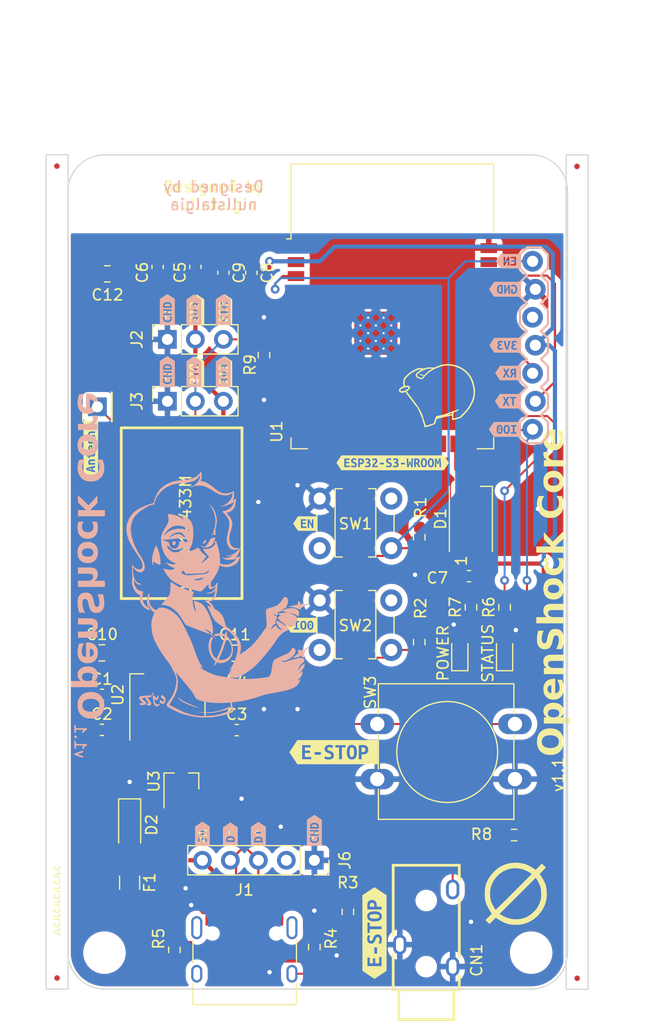
<source format=kicad_pcb>
(kicad_pcb (version 20221018) (generator pcbnew)
  (layers (0 "F.Cu" signal) (31 "B.Cu" signal) (34 "B.Paste" user) (35 "F.Paste" user) (36 "B.SilkS" user "B.Silkscreen") (37 "F.SilkS" user "F.Silkscreen") (38 "B.Mask" user) (39 "F.Mask" user) (44 "Edge.Cuts" user))
  (net 0 "")
  (net 1 "+3V3")
  (net 3 "GND")
  (net 4 "RGB")
  (net 5 "Net-(J1-CC1)")
  (net 6 "D+")
  (net 7 "D-")
  (net 9 "Net-(J1-CC2)")
  (net 11 "Net-(J1-SHIELD)")
  (net 12 "EN")
  (net 16 "SIGNAL")
  (net 31 "IO0")
  (net 42 "+5V")
  (net 43 "Net-(D2-A)")
  (net 44 "+5VA")
  (net 45 "CTS")
  (net 46 "SERIAL_RX")
  (net 47 "SERIAL_TX")
  (net 48 "E_STOP")
  (net 50 "Net-(AE1-A)")
  (net 51 "STATUS")
  (net 52 "Net-(D3-A)")
  (net 53 "Net-(D4-A)")
  (footprint "RF_Module:ESP32-S3-WROOM-1" (layer "F.Cu") (at 129.005 49.784)
    (fp_text reference "U1")
    (fp_text value "ESP32-S3-WROOM-1")
  )
  (footprint "Resistor_SMD:R_0603_1608Metric_Pad0.98x0.95mm_HandSolder" (layer "F.Cu") (at 124.968 104.7515 90)
    (fp_text reference "R3")
    (fp_text value "100k")
  )
  (footprint "kibuzzard-63FC1BA4" (layer "F.Cu") (at 121.048463 69.522691)
    (fp_text reference "kibuzzard-63FC1BA4" hide)
    (fp_text value "G***" hide)
  )
  (footprint "Capacitor_SMD:C_0603_1608Metric_Pad1.08x0.95mm_HandSolder" (layer "F.Cu") (at 114.8775 88.265)
    (fp_text reference "C3")
    (fp_text value "100nF")
  )
  (footprint "Resistor_SMD:R_0603_1608Metric_Pad0.98x0.95mm_HandSolder" (layer "F.Cu") (at 117.348 54.229 90)
    (fp_text reference "R9")
    (fp_text value "10k")
  )
  (footprint "MountingHole:MountingHole_3.2mm_M3" (layer "F.Cu") (at 141.605 39.37)
    (fp_text reference "REF**")
    (fp_text value "MountingHole_3.2mm_M3")
  )
  (footprint "footprints:LED_WS2812B-Mini_3.5x3.5mm_P1.75mm" (layer "F.Cu") (at 136.13 69.092 90)
    (fp_text reference "D1")
    (fp_text value "WS2812B")
  )
  (footprint "Resistor_SMD:R_0603_1608Metric_Pad0.98x0.95mm_HandSolder" (layer "F.Cu") (at 136.144 77.1125 90)
    (fp_text reference "R7")
    (fp_text value "5.1k")
  )
  (footprint "Resistor_SMD:R_0603_1608Metric_Pad0.98x0.95mm_HandSolder" (layer "F.Cu") (at 131.445 80.2875 90)
    (fp_text reference "R2")
    (fp_text value "10k")
  )
  (footprint "kibuzzard-63FC17FB" (layer "F.Cu") (at 116.843006 97.663476 90)
    (fp_text reference "kibuzzard-63FC17FB" hide)
    (fp_text value "G***" hide)
  )
  (footprint "kicad_lceda:AUDIO-TH_PJ-3200-3A" (layer "F.Cu") (at 132.08 106.228 90)
    (fp_text reference "CN1")
    (fp_text value "PJ-3200-3A")
  )
  (footprint "MountingHole:MountingHole_3.2mm_M3" (layer "F.Cu") (at 102.87 108.458)
    (fp_text reference "REF**")
    (fp_text value "MountingHole_3.2mm_M3")
  )
  (footprint "Connector_PinHeader_2.54mm:PinHeader_1x01_P2.54mm_Vertical" (layer "F.Cu") (at 102.235 58.928 90)
    (fp_text reference "AE1")
    (fp_text value "Antenna")
  )
  (footprint "footprints:tinysussy" (layer "F.Cu") (at 133.096 57.912)
    (fp_text reference "G***")
    (fp_text value "LOGO" hide)
  )
  (footprint "" (layer "F.Cu") (at 145.764 37.1074)
    (fp_text reference "")
    (fp_text value "")
  )
  (footprint "Package_TO_SOT_SMD:SOT-223-3_TabPin2" (layer "F.Cu") (at 108.585 85.065 90)
    (fp_text reference "U2")
    (fp_text value "AMS1117-3.3")
  )
  (footprint "Capacitor_SMD:C_0603_1608Metric_Pad1.08x0.95mm_HandSolder" (layer "F.Cu") (at 102.6425 88.24)
    (fp_text reference "C2")
    (fp_text value "10uF")
  )
  (footprint "Capacitor_SMD:C_0603_1608Metric_Pad1.08x0.95mm_HandSolder" (layer "F.Cu") (at 111.125 46.228 90)
    (fp_text reference "C5")
    (fp_text value "100nF")
  )
  (footprint "Resistor_SMD:R_0603_1608Metric_Pad0.98x0.95mm_HandSolder" (layer "F.Cu") (at 140.0575 97.79)
    (fp_text reference "R8")
    (fp_text value "5.1k")
  )
  (footprint "Connector_PinSocket_2.54mm:PinSocket_1x05_P2.54mm_Vertical" (layer "F.Cu") (at 121.92 100.076 -90)
    (fp_text reference "J6")
    (fp_text value "USB Breakout")
  )
  (footprint "kibuzzard-63FC1979" (layer "F.Cu") (at 113.792 55.729724 90)
    (fp_text reference "kibuzzard-63FC1979" hide)
    (fp_text value "G***" hide)
  )
  (footprint "footprints:SW_PUSH_6mm_customized" (layer "F.Cu") (at 128.905 80.99 180)
    (fp_text reference "SW2")
    (fp_text value "SW_SPST")
  )
  (footprint "Resistor_SMD:R_0603_1608Metric_Pad0.98x0.95mm_HandSolder" (layer "F.Cu") (at 121.92 107.95 90)
    (fp_text reference "R4")
    (fp_text value "5.1k")
  )
  (footprint "Capacitor_SMD:C_0603_1608Metric_Pad1.08x0.95mm_HandSolder" (layer "F.Cu") (at 102.6425 85.065)
    (fp_text reference "C1")
    (fp_text value "100nF")
  )
  (footprint "Fiducial:Fiducial_0.5mm_Mask1mm" (layer "F.Cu") (at 145.78 110.7834 90)
    (fp_text reference "FID4")
    (fp_text value "Fiducial")
  )
  (footprint "Fiducial:Fiducial_0.5mm_Mask1mm" (layer "F.Cu") (at 98.552 37.084 90)
    (fp_text reference "FID1")
    (fp_text value "Fiducial")
  )
  (footprint "Fuse:Fuse_1206_3216Metric_Pad1.42x1.75mm_HandSolder" (layer "F.Cu") (at 105.156 102.108 -90)
    (fp_text reference "F1")
    (fp_text value "Polyfuse")
  )
  (footprint "Connector_PinSocket_2.54mm:PinSocket_1x03_P2.54mm_Vertical" (layer "F.Cu") (at 108.585 58.42 90)
    (fp_text reference "J3")
    (fp_text value "Conn_01x03_Socket")
  )
  (footprint "footprints:SW_PUSH_6mm_customized" (layer "F.Cu") (at 128.905 71.755 180)
    (fp_text reference "SW1")
    (fp_text value "SW_SPST")
  )
  (footprint "kibuzzard-63FC1B9A" (layer "F.Cu") (at 129.032 64.008)
    (fp_text reference "kibuzzard-63FC1B9A" hide)
    (fp_text value "G***" hide)
  )
  (footprint "kibuzzard-63FC15BA" (layer "F.Cu") (at 101.628161 62.920194 90)
    (fp_text reference "kibuzzard-63FC15BA" hide)
    (fp_text value "G***" hide)
  )
  (footprint "MountingHole:MountingHole_3.2mm_M3" (layer "F.Cu") (at 141.605 108.458)
    (fp_text reference "REF**")
    (fp_text value "MountingHole_3.2mm_M3")
  )
  (footprint "Resistor_SMD:R_0603_1608Metric_Pad0.98x0.95mm_HandSolder" (layer "F.Cu") (at 109.22 108.204 90)
    (fp_text reference "R5")
    (fp_text value "5.1k")
  )
  (footprint "Capacitor_SMD:C_0603_1608Metric_Pad1.08x0.95mm_HandSolder" (layer "F.Cu") (at 107.696 46.228 90)
    (fp_text reference "C6")
    (fp_text value "10uF")
  )
  (footprint "kibuzzard-63FC1BB3" (layer "F.Cu") (at 120.715892 78.747191)
    (fp_text reference "kibuzzard-63FC1BB3" hide)
    (fp_text value "G***" hide)
  )
  (footprint "Resistor_SMD:R_0603_1608Metric_Pad0.98x0.95mm_HandSolder" (layer "F.Cu") (at 131.445 70.7625 -90)
    (fp_text reference "R1")
    (fp_text value "10k")
  )
  (footprint "kibuzzard-63FC195C" (layer "F.Cu") (at 108.58317 50.109486 90)
    (fp_text reference "kibuzzard-63FC195C" hide)
    (fp_text value "G***" hide)
  )
  (footprint "kibuzzard-63FC17F2" (layer "F.Cu") (at 114.303006 97.663476 90)
    (fp_text reference "kibuzzard-63FC17F2" hide)
    (fp_text value "G***" hide)
  )
  (footprint "Fiducial:Fiducial_0.5mm_Mask1mm" (layer "F.Cu") (at 98.568 110.76 90)
    (fp_text reference "FID4")
    (fp_text value "Fiducial")
  )
  (footprint "Capacitor_SMD:C_0805_2012Metric_Pad1.18x1.45mm_HandSolder" (layer "F.Cu") (at 103.124 46.863 180)
    (fp_text reference "C12")
    (fp_text value "22uF")
  )
  (footprint "footprints:HRO-TYPE-C-31-M-12-HandSoldering_ABPads" (layer "F.Cu") (at 115.57 112.97)
    (fp_text reference "J1")
    (fp_text value "USB_C_Receptacle_USB2.0")
  )
  (footprint "MountingHole:MountingHole_3.2mm_M3" (layer "F.Cu") (at 102.87 39.37)
    (fp_text reference "REF**")
    (fp_text value "MountingHole_3.2mm_M3")
  )
  (footprint "Button_Switch_THT:SW_PUSH-12mm" (layer "F.Cu") (at 127.635 87.71)
    (fp_text reference "SW3")
    (fp_text value "SW_SPST")
  )
  (footprint "LED_SMD:LED_0603_1608Metric_Pad1.05x0.95mm_HandSolder" (layer "F.Cu") (at 139.192 81.214 90)
    (fp_text reference "D3")
    (fp_text value "STATUS")
  )
  (footprint "kibuzzard-63FC1BEB" (layer "F.Cu") (at 123.665084 90.266552)
    (fp_text reference "kibuzzard-63FC1BEB" hide)
    (fp_text value "G***" hide)
  )
  (footprint "Capacitor_SMD:C_0603_1608Metric_Pad1.08x0.95mm_HandSolder" (layer "F.Cu") (at 135.9625 74.295 180)
    (fp_text reference "C7")
    (fp_text value "100nF")
  )
  (footprint "kibuzzard-63FC17E4" (layer "F.Cu") (at 111.763006 97.663476 90)
    (fp_text reference "kibuzzard-63FC17E4" hide)
    (fp_text value "G***" hide)
  )
  (footprint "Diode_SMD:D_SOD-123" (layer "F.Cu") (at 105.156 96.8655 -90)
    (fp_text reference "D2")
    (fp_text value "D_Schottky")
  )
  (footprint "Capacitor_SMD:C_0805_2012Metric_Pad1.18x1.45mm_HandSolder" (layer "F.Cu") (at 114.7025 81.28)
    (fp_text reference "C11")
    (fp_text value "22uF")
  )
  (footprint "Capacitor_SMD:C_0603_1608Metric_Pad1.08x0.95mm_HandSolder" (layer "F.Cu") (at 114.8775 85.09)
    (fp_text reference "C4")
    (fp_text value "10uF")
  )
  (footprint "Package_TO_SOT_SMD:SOT-23_Handsoldering" (layer "F.Cu") (at 109.855 92.915 90)
    (fp_text reference "U3")
    (fp_text value "MCP1700x-300xxTT")
  )
  (footprint "Connector_PinSocket_2.54mm:PinSocket_1x03_P2.54mm_Vertical" (layer "F.Cu") (at 108.585 52.807 90)
    (fp_text reference "J2")
    (fp_text value "Conn_01x03_Socket")
  )
  (footprint "kibuzzard-63FC1972" (layer "F.Cu") (at 111.252 55.729724 90)
    (fp_text reference "kibuzzard-63FC1972" hide)
    (fp_text value "G***" hide)
  )
  (footprint "LED_SMD:LED_0603_1608Metric_Pad1.05x0.95mm_HandSolder" (layer "F.Cu") (at 135.128 81.214 90)
    (fp_text reference "D4")
    (fp_text value "POWER")
  )
  (footprint "kibuzzard-63FC1A6B" (layer "F.Cu") (at 111.254956 50.109486 90)
    (fp_text reference "kibuzzard-63FC1A6B" hide)
    (fp_text value "G***" hide)
  )
  (footprint "kibuzzard-63FC19D3" (layer "F.Cu") (at 113.794956 50.109486 90)
    (fp_text reference "kibuzzard-63FC19D3" hide)
    (fp_text value "G***" hide)
  )
  (footprint "kibuzzard-63FC195C" (layer "F.Cu") (at 108.580214 55.729724 90)
    (fp_text reference "kibuzzard-63FC195C" hide)
    (fp_text value "G***" hide)
  )
  (footprint "Capacitor_SMD:C_0805_2012Metric_Pad1.18x1.45mm_HandSolder" (layer "F.Cu") (at 102.6425 81.255)
    (fp_text reference "C10")
    (fp_text value "22uF")
  )
  (footprint "kicad_lceda:WIELM-TH_DL-TX1-433M" (layer "F.Cu") (at 109.855 62.357 -90)
    (fp_text reference "U4")
    (fp_text value "DL-TX1-433M")
  )
  (footprint "footprints:nullsmall" (layer "F.Cu") (at 140.208 103.124)
    (fp_text reference "G***" hide)
    (fp_text value "LOGO" hide)
  )
  (footprint "Resistor_SMD:R_0603_1608Metric_Pad0.98x0.95mm_HandSolder" (layer "F.Cu") (at 139.192 77.1125 90)
    (fp_text reference "R6")
    (fp_text value "5.1k")
  )
  (footprint "Capacitor_SMD:C_0603_1608Metric_Pad1.08x0.95mm_HandSolder" (layer "F.Cu") (at 113.665 46.7625 -90)
    (fp_text reference "C9")
    (fp_text value "10uF")
  )
  (footprint "Capacitor_SMD:C_0603_1608Metric_Pad1.08x0.95mm_HandSolder" (layer "F.Cu") (at 116.205 46.7625 -90)
    (fp_text reference "C8")
    (fp_text value "100nF")
  )
  (footprint "kibuzzard-63FC1570" (layer "F.Cu") (at 127.381 106.68 90)
    (fp_text reference "kibuzzard-63FC1570" hide)
    (fp_text value "G***" hide)
  )
  (footprint "kibuzzard-63FC180E" (layer "F.Cu") (at 121.925945 97.364361 90)
    (fp_text reference "kibuzzard-63FC180E" hide)
    (fp_text value "G***" hide)
  )
  (footprint "kibuzzard-63FC1972" (layer "B.Cu") (at 110.986925 55.733382 90)
    (fp_text reference "kibuzzard-63FC1972" hide)
    (fp_text value "G***" hide)
  )
  (footprint "kibuzzard-63FC195C" (layer "B.Cu") (at 108.578711 55.733382 90)
    (fp_text reference "kibuzzard-63FC195C" hide)
    (fp_text value "G***" hide)
  )
  (footprint "kibuzzard-63FC19D3" (layer "B.Cu") (at 113.652799 50.113144 90)
    (fp_text reference "kibuzzard-63FC19D3" hide)
    (fp_text value "G***" hide)
  )
  (footprint "kibuzzard-63FC1979" (layer "B.Cu") (at 113.655755 55.733382 90)
    (fp_text reference "kibuzzard-63FC1979" hide)
    (fp_text value "G***" hide)
  )
  (footprint "kibuzzard-63FC195C" (layer "B.Cu") (at 108.575755 50.113144 90)
    (fp_text reference "kibuzzard-63FC195C" hide)
    (fp_text value "G***" hide)
  )
  (footprint "kibuzzard-63FC17F2" (layer "B.Cu") (at 114.303006 97.663476 90)
    (fp_text reference "kibuzzard-63FC17F2" hide)
    (fp_text value "G***" hide)
  )
  (footprint "kibuzzard-63FC2CBA" (layer "B.Cu") (at 139.410776 55.857535 180)
    (fp_text reference "kibuzzard-63FC2CBA" hide)
    (fp_text value "G***" hide)
  )
  (footprint "kibuzzard-63FC2CD0" (layer "B.Cu") (at 139.145035 60.975515 180)
    (fp_text reference "kibuzzard-63FC2CD0" hide)
    (fp_text value "G***" hide)
  )
  (footprint "kibuzzard-63FC2C9B" (layer "B.Cu") (at 139.450145 45.710157 180)
    (fp_text reference "kibuzzard-63FC2C9B" hide)
    (fp_text value "G***" hide)
  )
  (footprint "Type-C:null2" (layer "B.Cu") (at 113.72823 75.234264 -177)
    (fp_text reference "G***")
    (fp_text value "LOGO" hide)
  )
  (footprint "kibuzzard-63FC17FB" (layer "B.Cu") (at 116.843006 97.663476 90)
    (fp_text reference "kibuzzard-63FC17FB" hide)
    (fp_text value "G***" hide)
  )
  (footprint "kibuzzard-63FC2CA9" (layer "B.Cu") (at 139.192 48.26 180)
    (fp_text reference "kibuzzard-63FC2CA9" hide)
    (fp_text value "G***" hide)
  )
  (footprint "kibuzzard-63FC180E" (layer "B.Cu") (at 121.925945 97.364361 90)
    (fp_text reference "kibuzzard-63FC180E" hide)
    (fp_text value "G***" hide)
  )
  (footprint "kibuzzard-63FC2CB3" (layer "B.Cu") (at 139.192 53.34 180)
    (fp_text reference "kibuzzard-63FC2CB3" hide)
    (fp_text value "G***" hide)
  )
  (footprint "kibuzzard-63FC17E4" (layer "B.Cu") (at 111.763006 97.663476 90)
    (fp_text reference "kibuzzard-63FC17E4" hide)
    (fp_text value "G***" hide)
  )
  (footprint "footprints:1X07_LOCK" (layer "B.Cu") (at 141.859 45.72 -90)
    (fp_text reference "J4")
    (fp_text value "Conn_01x07_Socket")
  )
  (footprint "kibuzzard-63FC1A6B" (layer "B.Cu") (at 110.983969 50.113144 90)
    (fp_text reference "kibuzzard-63FC1A6B" hide)
    (fp_text value "G***" hide)
  )
  (footprint "kibuzzard-63FC2CC3" (layer "B.Cu") (at 139.410776 58.42 180)
    (fp_text reference "kibuzzard-63FC2CC3" hide)
    (fp_text value "G***" hide)
  )
  (gr_line (start 99.568 39.37) (end 99.568 108.458) (stroke (width 0.1)) (layer "Edge.Cuts"))
  (gr_line (start 144.907 108.458) (end 144.907 39.37) (stroke (width 0.1)) (layer "Edge.Cuts"))
  (gr_arc (start 144.907 108.458) (mid 143.939867 110.792867) (end 141.605 111.76) (stroke (width 0.1)) (layer "Edge.Cuts"))
  (gr_rect (start 144.78 36.068) (end 146.78 111.7854) (stroke (width 0.1)) (fill none) (layer "Edge.Cuts"))
  (gr_rect (start 97.568 36.0446) (end 99.568 111.762) (stroke (width 0.1)) (fill none) (layer "Edge.Cuts"))
  (gr_arc (start 141.605 36.068) (mid 143.939867 37.035133) (end 144.907 39.37) (stroke (width 0.1)) (layer "Edge.Cuts"))
  (gr_line (start 141.605 36.068) (end 102.87 36.068) (stroke (width 0.1)) (layer "Edge.Cuts"))
  (gr_arc (start 102.87 111.76) (mid 100.535133 110.792867) (end 99.568 108.458) (stroke (width 0.1)) (layer "Edge.Cuts"))
  (gr_line (start 102.87 111.76) (end 141.605 111.76) (stroke (width 0.1)) (layer "Edge.Cuts"))
  (gr_arc (start 99.568 39.37) (mid 100.535133 37.035133) (end 102.87 36.068) (stroke (width 0.1)) (layer "Edge.Cuts"))
  (gr_text "v1.1" (at 100.076 90.932 270) (layer "B.SilkS") (effects (font (size 1 1)) (justify left bottom mirror)))
  (gr_text "Designed by\nnullstalgia" (at 112.776 41.148) (layer "B.SilkS") (effects (font (size 1 1)) (justify bottom mirror)))
  (gr_text "OpenShock Core" (at 100.076 87.376 270) (layer "B.SilkS") (effects (font (size 2.3 2.3) (thickness 0.3) bold) (justify left bottom mirror)))
  (gr_text "v1.1" (at 144.653 93.98 90) (layer "F.SilkS") (effects (font (size 1 1)) (justify left bottom)))
  (gr_text "Designed by\nnullstalgia" (at 112.776 41.148) (layer "F.SilkS") (effects (font (size 1 1)) (justify bottom)))
  (gr_text "OpenShock Core" (at 144.907 90.678 90) (layer "F.SilkS") (effects (font (size 2.3 2.3) (thickness 0.3) bold) (justify left bottom)))
  (gr_text "JLCJLCJLCJLCJLC" (at 98.568 103.76 90) (layer "F.SilkS") (effects (font (size 0.5 0.5) (thickness 0.1))))
  (segment (start 107.696 47.0905) (end 104.389 47.0905) (width 0.381) (layer "F.Cu") (net 1))
  (segment (start 109.273 92.964) (end 108.585 92.276) (width 0.381) (layer "F.Cu") (net 1))
  (segment (start 135.255 74.14) (end 135.1 74.295) (width 0.381) (layer "F.Cu") (net 1))
  (segment (start 108.585 80.645) (end 108.585 81.915) (width 0.381) (layer "F.Cu") (net 1))
  (segment (start 106.68 78.74) (end 108.585 80.645) (width 0.381) (layer "F.Cu") (net 1))
  (segment (start 131.445 78.811) (end 131.445 79.375) (width 0.381) (layer "F.Cu") (net 1))
  (segment (start 133.096 70.104) (end 131.699 70.104) (width 0.381) (layer "F.Cu") (net 1))
  (segment (start 113.665 59.817) (end 111.125 62.357) (width 0.381) (layer "F.Cu") (net 1))
  (segment (start 135.1 74.295) (end 135.1 75.156) (width 0.381) (layer "F.Cu") (net 1))
  (segment (start 111.8605 47.0905) (end 112.522 47.752) (width 0.381) (layer "F.Cu") (net 1))
  (segment (start 117.856 45.72) (end 117.782 45.794) (width 0.381) (layer "F.Cu") (net 1))
  (segment (start 109.904 92.964) (end 109.273 92.964) (width 0.381) (layer "F.Cu") (net 1))
  (segment (start 110.805 93.865) (end 109.904 92.964) (width 0.381) (layer "F.Cu") (net 1))
  (segment (start 142.748 96.012) (end 140.97 97.79) (width 0.381) (layer "F.Cu") (net 1))
  (segment (start 113.538 47.752) (end 113.665 47.625) (width 0.381) (layer "F.Cu") (net 1))
  (segment (start 120.181 45.72) (end 117.856 45.72) (width 0.381) (layer "F.Cu") (net 1))
  (segment (start 117.856 45.72) (end 117.856 46.736) (width 0.381) (layer "F.Cu") (net 1))
  (segment (start 111.125 62.357) (end 106.68 66.802) (width 0.381) (layer "F.Cu") (net 1))
  (segment (start 101.605 81.255) (end 101.605 80.259) (width 0.381) (layer "F.Cu") (net 1))
  (segment (start 108.585 81.915) (end 108.585 88.215) (width 0.381) (layer "F.Cu") (net 1))
  (segment (start 111.125 47.0905) (end 107.696 47.0905) (width 0.381) (layer "F.Cu") (net 1))
  (segment (start 120.255 45.794) (end 120.181 45.72) (width 0.381) (layer "F.Cu") (net 1))
  (segment (start 135.255 73.152) (end 135.255 74.14) (width 0.381) (layer "F.Cu") (net 1))
  (segment (start 135.1 75.156) (end 131.445 78.811) (width 0.381) (layer "F.Cu") (net 1))
  (segment (start 142.748 73.152) (end 135.255 73.152) (width 0.381) (layer "F.Cu") (net 1))
  (segment (start 111.125 47.0905) (end 111.125 55.88) (width 0.381) (layer "F.Cu") (net 1))
  (segment (start 135.1 75.156) (end 136.144 76.2) (width 0.381) (layer "F.Cu") (net 1))
  (segment (start 117.856 46.736) (end 116.967 47.625) (width 0.381) (layer "F.Cu") (net 1))
  (segment (start 142.748 73.152) (end 142.748 96.012) (width 0.381) (layer "F.Cu") (net 1))
  (segment (start 106.68 66.802) (end 106.68 78.74) (width 0.381) (layer "F.Cu") (net 1))
  (segment (start 111.125 55.88) (end 113.665 58.42) (width 0.381) (layer "F.Cu") (net 1))
  (segment (start 101.78 88.24) (end 101.78 85.065) (width 0.381) (layer "F.Cu") (net 1))
  (segment (start 116.205 47.625) (end 113.665 47.625) (width 0.381) (layer "F.Cu") (net 1))
  (segment (start 108.585 92.276) (end 108.585 88.215) (width 0.381) (layer "F.Cu") (net 1))
  (segment (start 104.389 47.0905) (end 104.1615 46.863) (width 0.381) (layer "F.Cu") (net 1))
  (segment (start 131.699 70.104) (end 131.445 69.85) (width 0.381) (layer "F.Cu") (net 1))
  (segment (start 101.78 81.43) (end 101.78 88.24) (width 0.381) (layer "F.Cu") (net 1))
  (segment (start 103.124 78.74) (end 106.68 78.74) (width 0.381) (layer "F.Cu") (net 1))
  (segment (start 113.665 58.42) (end 113.665 59.817) (width 0.381) (layer "F.Cu") (net 1))
  (segment (start 135.255 71.067) (end 134.059 71.067) (width 0.381) (layer "F.Cu") (net 1))
  (segment (start 110.805 94.415) (end 110.805 93.865) (width 0.381) (layer "F.Cu") (net 1))
  (segment (start 116.205 47.371) (end 116.205 47.625) (width 0.381) (layer "F.Cu") (net 1))
  (segment (start 101.605 80.259) (end 103.124 78.74) (width 0.381) (layer "F.Cu") (net 1))
  (segment (start 112.522 47.752) (end 113.538 47.752) (width 0.381) (layer "F.Cu") (net 1))
  (segment (start 101.78 81.43) (end 101.605 81.255) (width 0.381) (layer "F.Cu") (net 1))
  (segment (start 135.255 71.067) (end 135.255 73.152) (width 0.381) (layer "F.Cu") (net 1))
  (segment (start 101.78 85.065) (end 101.78 81.43) (width 0.381) (layer "F.Cu") (net 1))
  (segment (start 134.059 71.067) (end 133.096 70.104) (width 0.381) (layer "F.Cu") (net 1))
  (segment (start 111.125 47.0905) (end 111.8605 47.0905) (width 0.381) (layer "F.Cu") (net 1))
  (segment (start 116.967 47.625) (end 116.205 47.625) (width 0.381) (layer "F.Cu") (net 1))
  (via (at 117.856 45.72) (size 0.8) (drill 0.4) (layers "F.Cu" "B.Cu") (net 1))
  (via (at 142.748 73.152) (size 0.8) (drill 0.4) (layers "F.Cu" "B.Cu") (net 1))
  (segment (start 142.748 73.152) (end 142.748 71.628) (width 0.381) (layer "B.Cu") (net 1))
  (segment (start 143.5703 45.0183) (end 142.9417 44.3897) (width 0.381) (layer "B.Cu") (net 1))
  (segment (start 142.748 71.628) (end 143.764 70.612) (width 0.381) (layer "B.Cu") (net 1))
  (segment (start 122.428 45.72) (end 117.856 45.72) (width 0.381) (layer "B.Cu") (net 1))
  (segment (start 142.9417 44.3897) (end 123.7583 44.3897) (width 0.381) (layer "B.Cu") (net 1))
  (segment (start 123.7583 44.3897) (end 122.428 45.72) (width 0.381) (layer "B.Cu") (net 1))
  (segment (start 141.986 53.34) (end 143.5703 51.7557) (width 0.381) (layer "B.Cu") (net 1))
  (segment (start 143.764 70.612) (end 143.764 53.848) (width 0.381) (layer "B.Cu") (net 1))
  (segment (start 143.764 53.848) (end 143.256 53.34) (width 0.381) (layer "B.Cu") (net 1))
  (segment (start 143.256 53.34) (end 141.986 53.34) (width 0.381) (layer "B.Cu") (net 1))
  (segment (start 143.5703 51.7557) (end 143.5703 45.0183) (width 0.381) (layer "B.Cu") (net 1))
  (segment (start 110.236 102.616) (end 111.76 102.616) (width 0.381) (layer "F.Cu") (net 3))
  (segment (start 110.744 104.14) (end 111.207 104.14) (width 0.381) (layer "F.Cu") (net 3))
  (segment (start 118.872 104.14) (end 118.872 104.693) (width 0.381) (layer "F.Cu") (net 3))
  (segment (start 112.345 103.201) (end 112.345 104.77) (width 0.381) (layer "F.Cu") (net 3))
  (segment (start 111.207 104.14) (end 111.837 104.77) (width 0.381) (layer "F.Cu") (net 3))
  (segment (start 121.92 104.648) (end 121.412 104.14) (width 0.381) (layer "F.Cu") (net 3))
  (segment (start 121.412 104.14) (end 118.872 104.14) (width 0.381) (layer "F.Cu") (net 3))
  (segment (start 111.837 104.77) (end 112.345 104.77) (width 0.381) (layer "F.Cu") (net 3))
  (segment (start 111.76 102.616) (end 112.345 103.201) (width 0.381) (layer "F.Cu") (net 3))
  (segment (start 121.6165 109.166) (end 118.926 109.166) (width 0.381) (layer "F.Cu") (net 3))
  (segment (start 121.92 108.8625) (end 121.6165 109.166) (width 0.381) (layer "F.Cu") (net 3))
  (segment (start 118.872 104.693) (end 118.795 104.77) (width 0.381) (layer "F.Cu") (net 3))
  (segment (start 118.926 109.166) (end 117.856 110.236) (width 0.381) (layer "F.Cu") (net 3))
  (via (at 134.572698 78.68453) (size 0.8) (drill 0.4) (layers "F.Cu" "B.Cu") (net 3))
  (via (at 140.210805 79.184362) (size 0.8) (drill 0.4) (layers "F.Cu" "B.Cu") (net 3))
  (via (at 117.348 86.36) (size 0.8) (drill 0.4) (layers "F.Cu" "B.Cu") (net 3))
  (via (at 110.236 102.616) (size 0.8) (drill 0.4) (layers "F.Cu" "B.Cu") (net 3))
  (via (at 123.952 108.712) (size 0.8) (drill 0.4) (layers "F.Cu" "B.Cu") (net 3))
  (via (at 105.156 92.964) (size 0.8) (drill 0.4) (layers "F.Cu" "B.Cu") (net 3))
  (via (at 142.216343 68.184236) (size 0.8) (drill 0.4) (layers "F.Cu" "B.Cu") (net 3))
  (via (at 118.872 97.028) (size 0.8) (drill 0.4) (layers "F.Cu" "B.Cu") (net 3))
  (via (at 120.396 66.04) (size 0.8) (drill 0.4) (layers "F.Cu" "B.Cu") (net 3))
  (via (at 117.856 110.236) (size 0.8) (drill 0.4) (layers "F.Cu" "B.Cu") (net 3))
  (via (at 117.348 58.293) (size 0.8) (drill 0.4) (layers "F.Cu" "B.Cu") (net 3))
  (via (at 131.064 74.168) (size 0.8) (drill 0.4) (layers "F.Cu" "B.Cu") (net 3))
  (via (at 136.144 105.664) (size 0.8) (drill 0.4) (layers "F.Cu" "B.Cu") (net 3))
  (via (at 117.348 50.8) (size 0.8) (drill 0.4) (layers "F.Cu" "B.Cu") (net 3))
  (via (at 116.84 67.564) (size 0.8) (drill 0.4) (layers "F.Cu" "B.Cu") (net 3))
  (via (at 120.396 86.36) (size 0.8) (drill 0.4) (layers "F.Cu" "B.Cu") (net 3))
  (via (at 115.316 94.488) (size 0.8) (drill 0.4) (layers "F.Cu" "B.Cu") (net 3))
  (via (at 121.92 104.648) (size 0.8) (drill 0.4) (layers "F.Cu" "B.Cu") (net 3))
  (via (at 110.744 104.14) (size 0.8) (drill 0.4) (layers "F.Cu" "B.Cu") (net 3))
  (segment (start 135.255 65.151) (end 135.255 67.117) (width 0.2) (layer "F.Cu") (net 4))
  (segment (start 134.72 64.616) (end 135.255 65.151) (width 0.2) (layer "F.Cu") (net 4))
  (segment (start 134.72 62.284) (end 134.72 64.616) (width 0.2) (layer "F.Cu") (net 4))
  (segment (start 109.22 107.2915) (end 109.4074 107.4789) (width 0.1778) (layer "F.Cu") (net 5))
  (segment (start 109.4074 107.4789) (end 110.696874 107.4789) (width 0.1778) (layer "F.Cu") (net 5))
  (segment (start 114.32 107.168) (end 114.32 104.775) (width 0.1778) (layer "F.Cu") (net 5))
  (segment (start 113.482574 108.005426) (end 114.32 107.168) (width 0.1778) (layer "F.Cu") (net 5))
  (segment (start 111.2234 108.005426) (end 113.482574 108.005426) (width 0.1778) (layer "F.Cu") (net 5))
  (segment (start 110.696874 107.4789) (end 111.2234 108.005426) (width 0.1778) (layer "F.Cu") (net 5))
  (segment (start 117.065 61.6882) (end 117.065 64.6768) (width 0.2) (layer "F.Cu") (net 6))
  (segment (start 115.795001 97.375199) (end 115.795001 99.031001) (width 0.2) (layer "F.Cu") (net 6))
  (segment (start 116.078 102.87) (end 116.84 102.108) (width 0.2) (layer "F.Cu") (net 6))
  (segment (start 116.32 105.5325) (end 116.32 104.255) (width 0.2) (layer "F.Cu") (net 6))
  (segment (start 115.32 103.12) (end 115.32 104.775) (width 0.2) (layer "F.Cu") (net 6))
  (segment (start 115.795001 99.031001) (end 116.84 100.076) (width 0.2) (layer "F.Cu") (net 6))
  (segment (start 119.097 66.7088) (end 119.097 94.0732) (width 0.2) (layer "F.Cu") (net 6))
  (segment (start 118.1292 60.624) (end 117.065 61.6882) (width 0.2) (layer "F.Cu") (net 6))
  (segment (start 116.078 102.87) (end 115.57 102.87) (width 0.2) (layer "F.Cu") (net 6))
  (segment (start 119.097 94.0732) (end 115.795001 97.375199) (width 0.2) (layer "F.Cu") (net 6))
  (segment (start 116.32 103.112) (end 116.078 102.87) (width 0.2) (layer "F.Cu") (net 6))
  (segment (start 115.57 102.87) (end 115.32 103.12) (width 0.2) (layer "F.Cu") (net 6))
  (segment (start 118.719999 60.624) (end 118.1292 60.624) (width 0.2) (layer "F.Cu") (net 6))
  (segment (start 120.255 61.034) (end 119.129999 61.034) (width 0.2) (layer "F.Cu") (net 6))
  (segment (start 117.065 64.6768) (end 119.097 66.7088) (width 0.2) (layer "F.Cu") (net 6))
  (segment (start 116.32 104.775) (end 116.32 103.112) (width 0.2) (layer "F.Cu") (net 6))
  (segment (start 116.84 102.108) (end 116.84 100.076) (width 0.2) (layer "F.Cu") (net 6))
  (segment (start 115.32 104.39) (end 115.32 105.5325) (width 0.2) (layer "F.Cu") (net 6))
  (segment (start 119.129999 61.034) (end 118.719999 60.624) (width 0.2) (layer "F.Cu") (net 6))
  (segment (start 115.82 106.43) (end 115.82 105.5325) (width 0.2) (layer "F.Cu") (net 7))
  (segment (start 115.344999 97.188801) (end 115.344999 99.031001) (width 0.2) (layer "F.Cu") (net 7))
  (segment (start 114.82 100.596) (end 114.3 100.076) (width 0.2) (layer "F.Cu") (net 7))
  (segment (start 116.615 64.8632) (end 118.647 66.8952) (width 0.2) (layer "F.Cu") (net 7))
  (segment (start 114.82 106.4575) (end 115.0425 106.68) (width 0.2) (layer "F.Cu") (net 7))
  (segment (start 114.82 104.775) (end 114.82 100.596) (width 0.2) (layer "F.Cu") (net 7))
  (segment (start 119.129999 59.764) (end 118.719999 60.174) (width 0.2) (layer "F.Cu") (net 7))
  (segment (start 114.82 105.5325) (end 114.82 104.255) (width 0.2) (layer "F.Cu") (net 7))
  (segment (start 117.9428 60.174) (end 116.615 61.5018) (width 0.2) (layer "F.Cu") (net 7))
  (segment (start 116.615 61.5018) (end 116.615 64.8632) (width 0.2) (layer "F.Cu") (net 7))
  (segment (start 118.647 93.8868) (end 115.344999 97.188801) (width 0.2) (layer "F.Cu") (net 7))
  (segment (start 115.344999 99.031001) (end 114.3 100.076) (width 0.2) (layer "F.Cu") (net 7))
  (segment (start 118.647 66.8952) (end 118.647 93.8868) (width 0.2) (layer "F.Cu") (net 7))
  (segment (start 120.255 59.764) (end 119.129999 59.764) (width 0.2) (layer "F.Cu") (net 7))
  (segment (start 115.0425 106.68) (end 115.57 106.68) (width 0.2) (layer "F.Cu") (net 7))
  (segment (start 115.57 106.68) (end 115.82 106.43) (width 0.2) (layer "F.Cu") (net 7))
  (segment (start 118.719999 60.174) (end 117.9428 60.174) (width 0.2) (layer "F.Cu") (net 7))
  (segment (start 114.82 105.5325) (end 114.82 106.4575) (width 0.2) (layer "F.Cu") (net 7))
  (segment (start 117.856 108.1056) (end 117.32 107.5696) (width 0.1778) (layer "F.Cu") (net 9))
  (segment (start 119.9864 108.1056) (end 117.856 108.1056) (width 0.1778) (layer "F.Cu") (net 9))
  (segment (start 121.92 107.0375) (end 121.0545 107.0375) (width 0.1778) (layer "F.Cu") (net 9))
  (segment (start 121.0545 107.0375) (end 119.9864 108.1056) (width 0.1778) (layer "F.Cu") (net 9))
  (segment (start 117.32 107.5696) (end 117.32 104.775) (width 0.1778) (layer "F.Cu") (net 9))
  (segment (start 124.968 105.664) (end 124.968 109.22) (width 0.1778) (layer "F.Cu") (net 11))
  (segment (start 124.968 109.22) (end 123.818 110.37) (width 0.1778) (layer "F.Cu") (net 11))
  (segment (start 123.818 110.37) (end 119.89 110.37) (width 0.1778) (layer "F.Cu") (net 11))
  (segment (start 131.365 71.755) (end 128.905 71.755) (width 0.2) (layer "F.Cu") (net 12))
  (segment (start 118.364 47.752) (end 119.052 47.064) (width 0.2) (layer "F.Cu") (net 12))
  (segment (start 131.445 71.675) (end 131.365 71.755) (width 0.2) (layer "F.Cu") (net 12))
  (segment (start 119.052 47.064) (end 120.255 47.064) (width 0.2) (layer "F.Cu") (net 12))
  (segment (start 128.205 72.455) (end 128.905 71.755) (width 0.2) (layer "F.Cu") (net 12))
  (segment (start 118.364 48.26) (end 118.364 47.752) (width 0.2) (layer "F.Cu") (net 12))
  (segment (start 125.655 72.455) (end 128.205 72.455) (width 0.2) (layer "F.Cu") (net 12))
  (via (at 118.364 48.26) (size 0.8) (drill 0.4) (layers "F.Cu" "B.Cu") (net 12))
  (segment (start 118.872 47.244) (end 134.112 47.244) (width 0.2) (layer "B.Cu") (net 12))
  (segment (start 118.364 48.26) (end 118.364 47.752) (width 0.2) (layer "B.Cu") (net 12))
  (segment (start 118.364 47.752) (end 118.872 47.244) (width 0.2) (layer "B.Cu") (net 12))
  (segment (start 134.112 47.244) (end 135.636 45.72) (width 0.2) (layer "B.Cu") (net 12))
  (segment (start 135.636 45.72) (end 142.24 45.72) (width 0.2) (layer "B.Cu") (net 12))
  (segment (start 134.112 66.548) (end 128.905 71.755) (width 0.2) (layer "B.Cu") (net 12))
  (segment (start 134.112 47.244) (end 134.112 66.548) (width 0.2) (layer "B.Cu") (net 12))
  (segment (start 111.125 58.42) (end 111.125 59.944) (width 0.1778) (layer "F.Cu") (net 16))
  (segment (start 108.585 60.452) (end 108.585 62.045) (width 0.1778) (layer "F.Cu") (net 16))
  (segment (start 115.418 52.807) (end 113.665 52.807) (width 0.1778) (layer "F.Cu") (net 16))
  (segment (start 110.871 60.198) (end 108.839 60.198) (width 0.1778) (layer "F.Cu") (net 16))
  (segment (start 120.255 53.414) (end 117.4455 53.414) (width 0.1778) (layer "F.Cu") (net 16))
  (segment (start 117.4455 53.414) (end 117.348 53.3165) (width 0.1778) (layer "F.Cu") (net 16))
  (segment (start 120.181 53.34) (end 120.255 53.414) (width 0.1778) (layer "F.Cu") (net 16))
  (segment (start 117.348 53.3165) (end 115.9275 53.3165) (width 0.1778) (layer "F.Cu") (net 16))
  (segment (start 108.839 60.198) (end 108.585 60.452) (width 0.1778) (layer "F.Cu") (net 16))
  (segment (start 111.125 59.944) (end 110.871 60.198) (width 0.1778) (layer "F.Cu") (net 16))
  (segment (start 115.9275 53.3165) (end 115.418 52.807) (width 0.1778) (layer "F.Cu") (net 16))
  (segment (start 111.125 55.347) (end 113.665 52.807) (width 0.1778) (layer "B.Cu") (net 16))
  (segment (start 111.125 58.42) (end 111.125 55.347) (width 0.1778) (layer "B.Cu") (net 16))
  (segment (start 141.224 74.676) (end 141.224 82.804) (width 0.1778) (layer "F.Cu") (net 31))
  (segment (start 131.445 81.2) (end 131.235 80.99) (width 0.1778) (layer "F.Cu") (net 31))
  (segment (start 131.235 80.99) (end 128.905 80.99) (width 0.1778) (layer "F.Cu") (net 31))
  (segment (start 141.224 82.804) (end 140.716 83.312) (width 0.1778) (layer "F.Cu") (net 31))
  (segment (start 125.655 81.69) (end 128.205 81.69) (width 0.1778) (layer "F.Cu") (net 31))
  (segment (start 128.205 81.69) (end 128.905 80.99) (width 0.1778) (layer "F.Cu") (net 31))
  (segment (start 140.716 83.312) (end 133.557 83.312) (width 0.1778) (layer "F.Cu") (net 31))
  (segment (start 142.166 61.034) (end 142.24 60.96) (width 0.1778) (layer "F.Cu") (net 31))
  (segment (start 137.755 61.034) (end 142.166 61.034) (width 0.1778) (layer "F.Cu") (net 31))
  (segment (start 133.557 83.312) (end 131.445 81.2) (width 0.1778) (layer "F.Cu") (net 31))
  (via (at 141.224 74.676) (size 0.8) (drill 0.4) (layers "F.Cu" "B.Cu") (net 31))
  (segment (start 141.224 61.976) (end 142.24 60.96) (width 0.1778) (layer "B.Cu") (net 31))
  (segment (start 141.224 74.676) (end 141.224 61.976) (width 0.1778) (layer "B.Cu") (net 31))
  (segment (start 114.015 88.265) (end 114.015 85.09) (width 0.381) (layer "F.Cu") (net 42))
  (segment (start 114.015 88.265) (end 114.015 93.249) (width 0.381) (layer "F.Cu") (net 42))
  (segment (start 111.252 90.932) (end 110.769 91.415) (width 0.381) (layer "F.Cu") (net 42))
  (segment (start 114.015 81.63) (end 113.665 81.28) (width 0.381) (layer "F.Cu") (net 42))
  (segment (start 110.769 91.415) (end 109.855 91.415) (width 0.381) (layer "F.Cu") (net 42))
  (segment (start 106.4605 96.52) (end 105.156 95.2155) (width 0.381) (layer "F.Cu") (net 42))
  (segment (start 110.885 88.215) (end 113.965 88.215) (width 0.381) (layer "F.Cu") (net 42))
  (segment (start 111.252 88.582) (end 111.252 90.932) (width 0.381) (layer "F.Cu") (net 42))
  (segment (start 110.744 96.52) (end 106.4605 96.52) (width 0.381) (layer "F.Cu") (net 42))
  (segment (start 110.885 88.215) (end 111.252 88.582) (width 0.381) (layer "F.Cu") (net 42))
  (segment (start 114.015 85.09) (end 114.015 81.63) (width 0.381) (layer "F.Cu") (net 42))
  (segment (start 114.015 93.249) (end 110.744 96.52) (width 0.381) (layer "F.Cu") (net 42))
  (segment (start 113.965 88.215) (end 114.015 88.265) (width 0.381) (layer "F.Cu") (net 42))
  (segment (start 105.156 100.6205) (end 105.156 98.5155) (width 0.381) (layer "F.Cu") (net 43))
  (segment (start 123.444 107.188) (end 123.444 104.1765) (width 0.381) (layer "F.Cu") (net 44))
  (segment (start 110.163 100.076) (end 111.76 100.076) (width 0.381) (layer "F.Cu") (net 44))
  (segment (start 107.696 107.696) (end 108.204 108.204) (width 0.381) (layer "F.Cu") (net 44))
  (segment (start 118.02 102.96) (end 118.02 104.77) (width 0.381) (layer "F.Cu") (net 44))
  (segment (start 118.02 105.5325) (end 118.02 104.23) (width 0.381) (layer "F.Cu") (net 44))
  (segment (start 107.696 104.648) (end 107.696 107.696) (width 0.381) (layer "F.Cu") (net 44))
  (segment (start 121.1235 107.9845) (end 122.6475 107.9845) (width 0.381) (layer "F.Cu") (net 44))
  (segment (start 113.12 104.23) (end 113.12 105.5325) (width 0.381) (layer "F.Cu") (net 44))
  (segment (start 122.6475 107.9845) (end 123.444 107.188) (width 0.381) (layer "F.Cu") (net 44))
  (segment (start 120.523 108.585) (end 121.1235 107.9845) (width 0.381) (layer "F.Cu") (net 44))
  (segment (start 113.12 101.436) (end 113.12 104.745) (width 0.381) (layer "F.Cu") (net 44))
  (segment (start 106.6435 103.5955) (end 110.163 100.076) (width 0.381) (layer "F.Cu") (net 44))
  (segment (start 121.8835 102.616) (end 118.364 102.616) (width 0.381) (layer "F.Cu") (net 44))
  (segment (start 118.364 102.616) (end 118.02 102.96) (width 0.381) (layer "F.Cu") (net 44))
  (segment (start 110.744 108.204) (end 111.125 108.585) (width 0.381) (layer "F.Cu") (net 44))
  (segment (start 105.156 103.5955) (end 106.6435 103.5955) (width 0.381) (layer "F.Cu") (net 44))
  (segment (start 108.204 108.204) (end 110.744 108.204) (width 0.381) (layer "F.Cu") (net 44))
  (segment (start 111.125 108.585) (end 120.523 108.585) (width 0.381) (layer "F.Cu") (net 44))
  (segment (start 111.76 100.076) (end 113.12 101.436) (width 0.381) (layer "F.Cu") (net 44))
  (segment (start 106.6435 103.5955) (end 107.696 104.648) (width 0.381) (layer "F.Cu") (net 44))
  (segment (start 123.444 104.1765) (end 121.8835 102.616) (width 0.381) (layer "F.Cu") (net 44))
  (segment (start 139.7 53.34) (end 139.7 50.8) (width 0.2) (layer "F.Cu") (net 46))
  (segment (start 138.504 49.604) (end 137.755 49.604) (width 0.2) (layer "F.Cu") (net 46))
  (segment (start 142.24 55.88) (end 139.7 53.34) (width 0.2) (layer "F.Cu") (net 46))
  (segment (start 139.7 50.8) (end 138.504 49.604) (width 0.2) (layer "F.Cu") (net 46))
  (segment (start 143.764 47.752) (end 143.764 56.642) (width 0.2) (layer "F.Cu") (net 47))
  (segment (start 143.764 56.642) (end 141.986 58.42) (width 0.2) (layer "F.Cu") (net 47))
  (segment (start 139.626 48.334) (end 140.9398 47.0202) (width 0.2) (layer "F.Cu") (net 47))
  (segment (start 137.755 48.334) (end 139.626 48.334) (width 0.2) (layer "F.Cu") (net 47))
  (segment (start 140.9398 47.0202) (end 143.0322 47.0202) (width 0.2) (layer "F.Cu") (net 47))
  (segment (start 143.0322 47.0202) (end 143.764 47.752) (width 0.2) (layer "F.Cu") (net 47))
  (segment (start 134.112 87.71) (end 127.635 87.71) (width 0.1778) (layer "F.Cu") (net 48))
  (segment (start 135.78 98.916) (end 135.78 100.04075) (width 0.1778) (layer "F.Cu") (net 48))
  (segment (start 135.78 98.916) (end 136.652 98.044) (width 0.1778) (layer "F.Cu") (net 48))
  (segment (start 127.635 87.71) (end 124.286 87.71) (width 0.1778) (layer "F.Cu") (net 48))
  (segment (start 134.112 97.252974) (end 135.775026 98.916) (width 0.1778) (layer "F.Cu") (net 48))
  (segment (start 124.46 64.516) (end 123.952 65.024) (width 0.1778) (layer "F.Cu") (net 48))
  (segment (start 135.775026 98.916) (end 135.78 98.916) (width 0.1778) (layer "F.Cu") (net 48))
  (segment (start 123.952 87.376) (end 123.952 65.024) (width 0.1778) (layer "F.Cu") (net 48))
  (segment (start 134.112 87.71) (end 134.112 97.252974) (width 0.1778) (layer "F.Cu") (net 48))
  (segment (start 129.64 63.908) (end 129.64 62.284) (width 0.1778) (layer "F.Cu") (net 48))
  (segment (start 136.652 98.044) (end 138.891 98.044) (width 0.1778) (layer "F.Cu") (net 48))
  (segment (start 134.48 101.34075) (end 134.48 102.728) (width 0.1778) (layer "F.Cu") (net 48))
  (segment (start 135.78 100.04075) (end 134.48 101.34075) (width 0.1778) (layer "F.Cu") (net 48))
  (segment (start 138.891 98.044) (end 139.145 97.79) (width 0.1778) (layer "F.Cu") (net 48))
  (segment (start 140.135 87.71) (end 134.112 87.71) (width 0.1778) (layer "F.Cu") (net 48))
  (segment (start 124.46 64.516) (end 129.032 64.516) (width 0.1778) (layer "F.Cu") (net 48))
  (segment (start 129.032 64.516) (end 129.64 63.908) (width 0.1778) (layer "F.Cu") (net 48))
  (segment (start 124.286 87.71) (end 123.952 87.376) (width 0.1778) (layer "F.Cu") (net 48))
  (segment (start 105.675253 62.357) (end 106.045 62.357) (width 0.1778) (layer "F.Cu") (net 50))
  (segment (start 102.235 58.928) (end 102.246253 58.928) (width 0.1778) (layer "F.Cu") (net 50))
  (segment (start 105.621579 61.933579) (end 106.045 62.357) (width 0.1778) (layer "F.Cu") (net 50))
  (segment (start 102.246253 58.928) (end 105.675253 62.357) (width 0.1778) (layer "F.Cu") (net 50))
  (segment (start 139.192 76.2) (end 139.192 74.676) (width 0.1778) (layer "F.Cu") (net 51))
  (segment (start 143.764 61.976) (end 143.764 60.452) (width 0.1778) (layer "F.Cu") (net 51))
  (segment (start 143.076 59.764) (end 137.755 59.764) (width 0.1778) (layer "F.Cu") (net 51))
  (segment (start 139.192 66.548) (end 143.764 61.976) (width 0.1778) (layer "F.Cu") (net 51))
  (segment (start 143.764 60.452) (end 143.076 59.764) (width 0.1778) (layer "F.Cu") (net 51))
  (via (at 139.192 66.548) (size 0.8) (drill 0.4) (layers "F.Cu" "B.Cu") (net 51))
  (via (at 139.192 74.676) (size 0.8) (drill 0.4) (layers "F.Cu" "B.Cu") (net 51))
  (segment (start 139.192 74.676) (end 139.192 66.548) (width 0.1778) (layer "B.Cu") (net 51))
  (segment (start 139.192 80.339) (end 139.192 78.025) (width 0.1778) (layer "F.Cu") (net 52))
  (segment (start 136.144 78.74) (end 135.128 79.756) (width 0.1778) (layer "F.Cu") (net 53))
  (segment (start 135.128 79.756) (end 135.128 80.339) (width 0.1778) (layer "F.Cu") (net 53))
  (segment (start 136.144 78.025) (end 136.144 78.74) (width 0.1778) (layer "F.Cu") (net 53))
  (zone (net 3) (net_name "GND") (layers "F&B.Cu") (connect_pads (clearance 0.5)) (min_thickness 0.25) (fill yes (thermal_gap 0.5) (thermal_bridge_width 0.5))
    (polygon (pts (xy 99.568 43.18) (xy 99.568 112.268) (xy 144.78 112.268) (xy 144.78 43.18)))
  )
)
</source>
